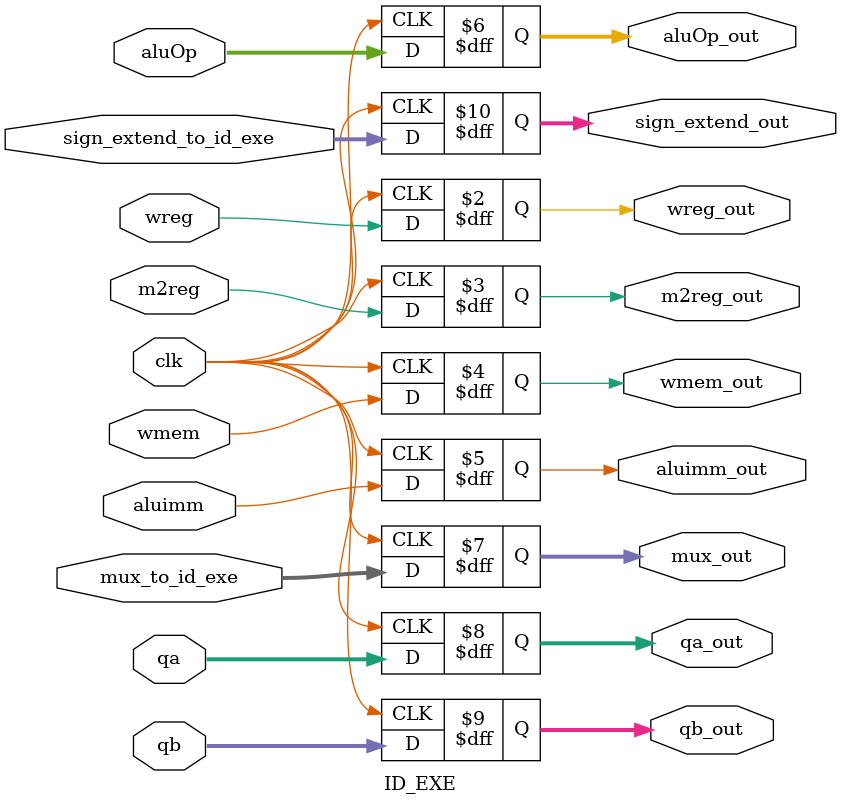
<source format=v>
`timescale 1ns / 1ps


module ID_EXE(
    input clk,
    input wreg,
    input m2reg,
    input wmem,
    input aluimm, 
    input [1:0] aluOp,
    input [4:0] mux_to_id_exe,
    input [31:0] qa,
    input [31:0] qb,
    input [31:0] sign_extend_to_id_exe,
    output reg wreg_out,
    output reg m2reg_out,
    output reg wmem_out,
    output reg aluimm_out,
    output reg [1:0] aluOp_out,
    output reg [4:0] mux_out,
    output reg [31:0] qa_out,
    output reg [31:0] qb_out,
    output reg [31:0] sign_extend_out
    );
    
    always @(posedge clk)
    begin
        wreg_out <= wreg;
        m2reg_out <= m2reg;
        wmem_out <= wmem;
        aluimm_out <= aluimm;
        aluOp_out <= aluOp;
        qa_out <= qa;
        qb_out <= qb;
        sign_extend_out <= sign_extend_to_id_exe;
        mux_out <= mux_to_id_exe;
    end
    
endmodule

</source>
